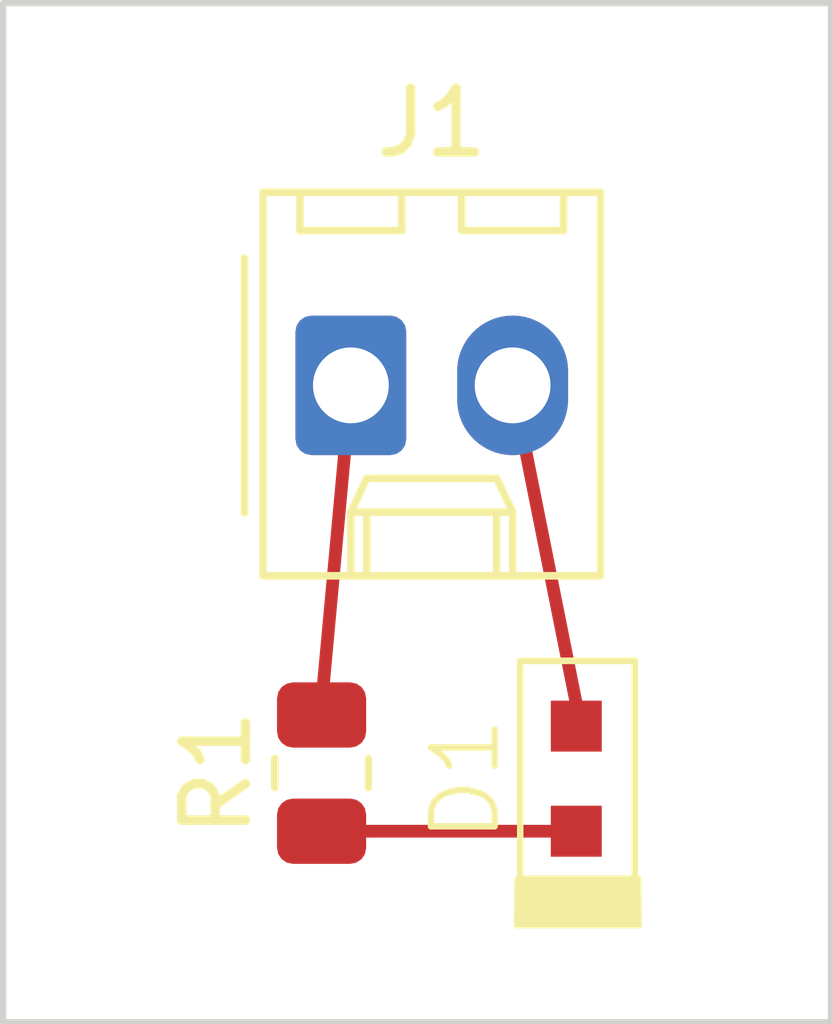
<source format=kicad_pcb>
(kicad_pcb (version 20221018) (generator pcbnew)
  (title_block (title "Robert Feranec Toturial") (date "2024-03-16") (rev "1.0") (comment 1 "https://youtu.be/maaBkw7IRUc?si=na5ZUMCeFG6nwbsi") (comment 2 "Drawn by: NK"))
  (layers (0 "F.Cu" signal) (31 "B.Cu" signal) (34 "B.Paste" user) (35 "F.Paste" user) (36 "B.SilkS" user "B.Silkscreen") (37 "F.SilkS" user "F.Silkscreen") (38 "B.Mask" user) (39 "F.Mask" user) (44 "Edge.Cuts" user))
  (net 0 "")
  (net 1 "GND")
  (net 2 "Net-(D1-Cathode)")
  (net 3 "+3.3V")
  (footprint "myPCBLib:LED0603" (layer "F.Cu") (at 160 110.175 90)
    (fp_text reference "D1" (at -0.01 -1.74 90 unlocked) (layer "F.SilkS") (effects (font (thickness 0.1))))
    (fp_text value "White")
    (fp_line (start 1.85 -0.88) (end -2.2 -0.88) (stroke (width 0.1)) (layer "F.SilkS"))
    (fp_line (start 1.85 -0.88) (end -2.2 -0.88) (stroke (width 0.1)) (layer "F.SilkS"))
    (fp_line (start 1.85 -0.88) (end -2.2 -0.88) (stroke (width 0.1)) (layer "F.SilkS"))
    (fp_line (start 1.85 -0.88) (end 1.85 0.92) (stroke (width 0.1)) (layer "F.SilkS"))
    (fp_line (start 1.85 -0.88) (end 1.85 0.92) (stroke (width 0.1)) (layer "F.SilkS"))
    (fp_line (start 1.85 -0.88) (end 1.85 0.92) (stroke (width 0.1)) (layer "F.SilkS"))
    (fp_line (start 1.85 0.92) (end -2.17 0.92) (stroke (width 0.1)) (layer "F.SilkS"))
    (fp_line (start 1.85 0.92) (end -2.17 0.92) (stroke (width 0.1)) (layer "F.SilkS"))
    (fp_line (start 1.85 0.92) (end -2.17 0.92) (stroke (width 0.1)) (layer "F.SilkS"))
    (fp_poly (pts (xy -1.57 -0.92) (xy -2.3 -0.93) (xy -2.3 0.98) (xy -1.57 0.97)) (stroke (width 0.1)) (fill solid) (layer "F.SilkS"))
    (fp_poly (pts (xy -1.57 -0.92) (xy -2.3 -0.93) (xy -2.3 0.98) (xy -1.57 0.97)) (stroke (width 0.1)) (fill solid) (layer "F.SilkS"))
    (fp_poly (pts (xy -1.57 -0.92) (xy -2.3 -0.93) (xy -2.3 0.98) (xy -1.57 0.97)) (stroke (width 0.1)) (fill solid) (layer "F.SilkS"))
    (pad "A" smd rect (at 0.825 0 90) (size 0.8 0.8) (layers "F.Cu" "F.Paste" "F.Mask") (net 1 "GND"))
    (pad "C" smd rect (at -0.825 0 90) (size 0.8 0.8) (layers "F.Cu" "F.Paste" "F.Mask") (net 2 "Net-(D1-Cathode)"))
  )
  (footprint "Connector_Molex:Molex_KK-254_AE-6410-02A_1x02_P2.54mm_Vertical" (layer "F.Cu") (at 156.46 104)
    (fp_text reference "J1" (at 1.27 -4.12) (layer "F.SilkS"))
    (fp_text value "Conn_01x02")
    (fp_line (start -1.67 -2) (end -1.67 2) (stroke (width 0.12)) (layer "F.SilkS"))
    (fp_line (start -1.38 -3.03) (end -1.38 2.99) (stroke (width 0.12)) (layer "F.SilkS"))
    (fp_line (start -1.38 2.99) (end 3.92 2.99) (stroke (width 0.12)) (layer "F.SilkS"))
    (fp_line (start -0.8 -3.03) (end -0.8 -2.43) (stroke (width 0.12)) (layer "F.SilkS"))
    (fp_line (start -0.8 -2.43) (end 0.8 -2.43) (stroke (width 0.12)) (layer "F.SilkS"))
    (fp_line (start 0 1.99) (end 0.25 1.46) (stroke (width 0.12)) (layer "F.SilkS"))
    (fp_line (start 0 1.99) (end 2.54 1.99) (stroke (width 0.12)) (layer "F.SilkS"))
    (fp_line (start 0 2.99) (end 0 1.99) (stroke (width 0.12)) (layer "F.SilkS"))
    (fp_line (start 0.25 1.46) (end 2.29 1.46) (stroke (width 0.12)) (layer "F.SilkS"))
    (fp_line (start 0.25 2.99) (end 0.25 1.99) (stroke (width 0.12)) (layer "F.SilkS"))
    (fp_line (start 0.8 -2.43) (end 0.8 -3.03) (stroke (width 0.12)) (layer "F.SilkS"))
    (fp_line (start 1.74 -3.03) (end 1.74 -2.43) (stroke (width 0.12)) (layer "F.SilkS"))
    (fp_line (start 1.74 -2.43) (end 3.34 -2.43) (stroke (width 0.12)) (layer "F.SilkS"))
    (fp_line (start 2.29 1.46) (end 2.54 1.99) (stroke (width 0.12)) (layer "F.SilkS"))
    (fp_line (start 2.29 2.99) (end 2.29 1.99) (stroke (width 0.12)) (layer "F.SilkS"))
    (fp_line (start 2.54 1.99) (end 2.54 2.99) (stroke (width 0.12)) (layer "F.SilkS"))
    (fp_line (start 3.34 -2.43) (end 3.34 -3.03) (stroke (width 0.12)) (layer "F.SilkS"))
    (fp_line (start 3.92 -3.03) (end -1.38 -3.03) (stroke (width 0.12)) (layer "F.SilkS"))
    (fp_line (start 3.92 2.99) (end 3.92 -3.03) (stroke (width 0.12)) (layer "F.SilkS"))
    (pad "1" thru_hole roundrect (at 0 0) (size 1.74 2.19) (drill 1.19) (layers "*.Cu" "*.Mask") (roundrect_rratio 0.143678) (net 3 "+3.3V"))
    (pad "2" thru_hole oval (at 2.54 0) (size 1.74 2.19) (drill 1.19) (layers "*.Cu" "*.Mask") (net 1 "GND"))
  )
  (footprint "Resistor_SMD:R_0805_2012Metric" (layer "F.Cu") (at 156 110.0875 90)
    (fp_text reference "R1" (at 0 -1.65 90) (layer "F.SilkS"))
    (fp_text value "R_Photo")
    (fp_line (start -0.227064 -0.735) (end 0.227064 -0.735) (stroke (width 0.12)) (layer "F.SilkS"))
    (fp_line (start -0.227064 0.735) (end 0.227064 0.735) (stroke (width 0.12)) (layer "F.SilkS"))
    (pad "1" smd roundrect (at -0.9125 0 90) (size 1.025 1.4) (layers "F.Cu" "F.Paste" "F.Mask") (roundrect_rratio 0.243902) (net 2 "Net-(D1-Cathode)"))
    (pad "2" smd roundrect (at 0.9125 0 90) (size 1.025 1.4) (layers "F.Cu" "F.Paste" "F.Mask") (roundrect_rratio 0.243902) (net 3 "+3.3V"))
  )
  (gr_line (start 160 109) (end 159 104) (stroke (width 0.2)) (layer "F.Cu"))
  (gr_line (start 156 109) (end 156.46 104) (stroke (width 0.2)) (layer "F.Cu"))
  (gr_line (start 160 111) (end 156 111) (stroke (width 0.2)) (layer "F.Cu"))
  (gr_line (start 164 98) (end 164 114) (stroke (width 0.1)) (layer "Edge.Cuts"))
  (gr_line (start 164 114) (end 151 114) (stroke (width 0.1)) (layer "Edge.Cuts"))
  (gr_line (start 151 114) (end 151 98) (stroke (width 0.1)) (layer "Edge.Cuts"))
  (gr_line (start 151 98) (end 164 98) (stroke (width 0.1)) (layer "Edge.Cuts"))
)
</source>
